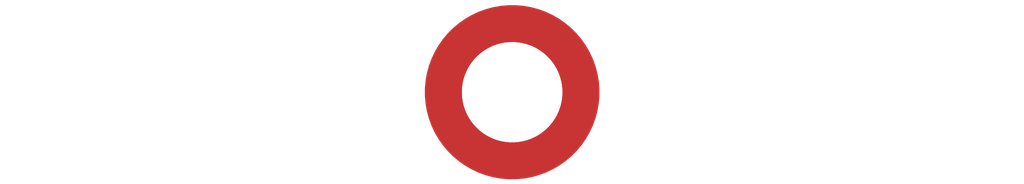
<source format=kicad_pcb>
(kicad_pcb (version 20240108) (generator pcbnew)
  (layers (0 "F.Cu" signal) (31 "B.Cu" signal) (34 "B.Paste" user) (35 "F.Paste" user) (36 "B.SilkS" user "B.Silkscreen") (37 "F.SilkS" user "F.Silkscreen") (38 "B.Mask" user) (39 "F.Mask" user) (44 "Edge.Cuts" user))
  (net 0 "")
  (footprint "Mounting_Wuerth_WA-SMST-4.5mm_H10mm_9774100982" (layer "F.Cu") (at 0 0)
    (property "Reference" "REF**")
    (property "Value" "Mounting_Wuerth_WA-SMST-4.5mm_H10mm_9774100982")
    (pad "" np_thru_hole circle (at 0 0) (size 5.4 5.4) (drill 5.4) (layers *.Cu *.Mask))
    (pad "1" smd circle (at -3.7 0) (size 1.6 1.6) (layers "F.Cu"))
    (pad "1" smd circle (at 0 -3.7) (size 1.6 1.6) (layers "F.Cu"))
    (pad "1" smd circle (at 0 3.7) (size 1.6 1.6) (layers "F.Cu"))
    (pad "1" smd custom (at 3.7 0) (size 1.6 1.6) (layers "F.Cu" "F.Mask") (options (clearance outline) (anchor circle)) (primitives (gr_circle (center -3.7 0) (end 0 0) (width 2) (fill no))))
  )
)
</source>
